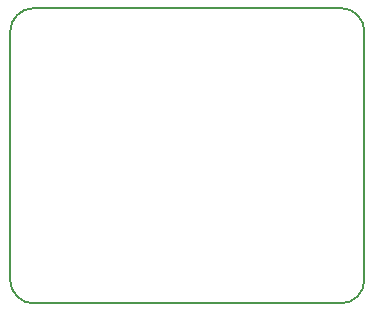
<source format=gbr>
%TF.GenerationSoftware,KiCad,Pcbnew,9.0.0*%
%TF.CreationDate,2025-03-01T23:02:35+01:00*%
%TF.ProjectId,vcore3-molex-shelf,76636f72-6533-42d6-9d6f-6c65782d7368,rev?*%
%TF.SameCoordinates,Original*%
%TF.FileFunction,Profile,NP*%
%FSLAX46Y46*%
G04 Gerber Fmt 4.6, Leading zero omitted, Abs format (unit mm)*
G04 Created by KiCad (PCBNEW 9.0.0) date 2025-03-01 23:02:35*
%MOMM*%
%LPD*%
G01*
G04 APERTURE LIST*
%TA.AperFunction,Profile*%
%ADD10C,0.200000*%
%TD*%
G04 APERTURE END LIST*
D10*
X189000000Y-126000000D02*
X163000000Y-126000000D01*
X191000000Y-124000000D02*
G75*
G02*
X189000000Y-126000000I-2000000J0D01*
G01*
X161000000Y-124000000D02*
X161000000Y-103000000D01*
X163000000Y-126000000D02*
G75*
G02*
X161000000Y-124000000I0J2000000D01*
G01*
X163000000Y-101000000D02*
X189000000Y-101000000D01*
X191000000Y-103000000D02*
X191000000Y-124000000D01*
X161000000Y-103000000D02*
G75*
G02*
X163000000Y-101000000I2000000J0D01*
G01*
X189000000Y-101000000D02*
G75*
G02*
X191000000Y-103000000I0J-2000000D01*
G01*
M02*

</source>
